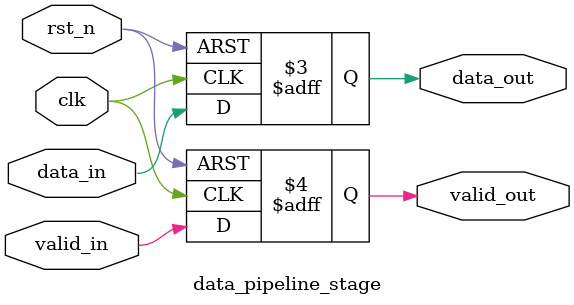
<source format=sv>

module xor_function #(
    parameter PIPELINE_STAGES = 2
)(
    input wire clk,        // 时钟信号
    input wire rst_n,      // 复位信号
    input wire a_in,       // 输入操作数A
    input wire b_in,       // 输入操作数B
    input wire data_valid, // 输入数据有效信号
    output wire y_out,     // 输出结果
    output wire result_valid // 输出结果有效信号
);
    // 内部信号声明
    wire [PIPELINE_STAGES:0] stage_data_valid;
    wire [PIPELINE_STAGES:0] stage_result;
    
    // 输入阶段
    assign stage_data_valid[0] = data_valid;
    assign stage_result[0] = a_in ^ b_in; // 直接使用XOR运算符提高效率
    
    // 生成流水线阶段
    genvar i;
    generate
        for (i = 0; i < PIPELINE_STAGES; i = i + 1) begin : xor_pipeline
            data_pipeline_stage stage (
                .clk(clk),
                .rst_n(rst_n),
                .data_in(stage_result[i]),
                .valid_in(stage_data_valid[i]),
                .data_out(stage_result[i+1]),
                .valid_out(stage_data_valid[i+1])
            );
        end
    endgenerate
    
    // 输出赋值
    assign y_out = stage_result[PIPELINE_STAGES];
    assign result_valid = stage_data_valid[PIPELINE_STAGES];
endmodule

// 流水线阶段模块
module data_pipeline_stage (
    input wire clk,
    input wire rst_n,
    input wire data_in,
    input wire valid_in,
    output reg data_out,
    output reg valid_out
);
    // 流水线寄存器
    always @(posedge clk or negedge rst_n) begin
        if (!rst_n) begin
            data_out <= 1'b0;
            valid_out <= 1'b0;
        end else begin
            data_out <= data_in;
            valid_out <= valid_in;
        end
    end
endmodule
</source>
